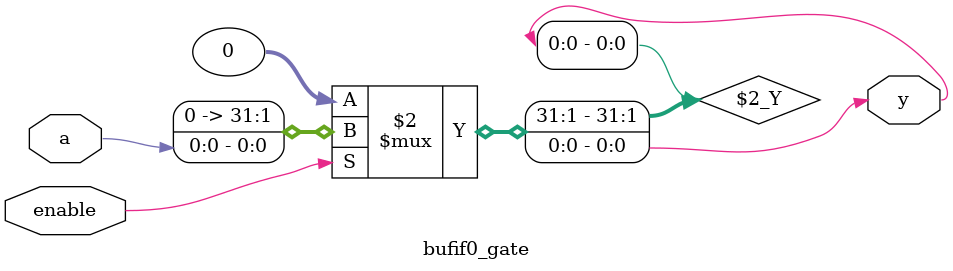
<source format=v>


module bufif0_gate(input a, input enable, output y);
  assign y = enable ? a : 0;
endmodule
</source>
